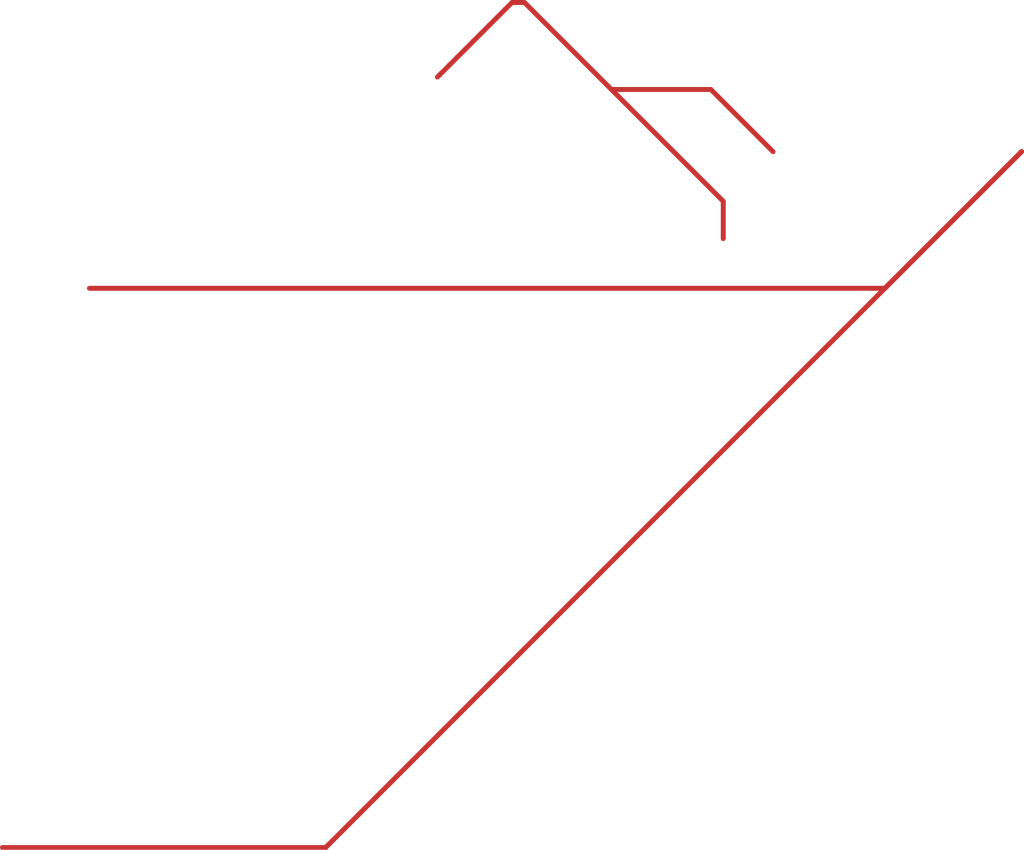
<source format=kicad_pcb>
(kicad_pcb
	(version 20240108)
	(generator "pcbnew")
	(generator_version "8.0")
	(general
		(thickness 1.6)
		(legacy_teardrops no)
	)
	(paper "A4")
	(layers
		(0 "F.Cu" signal)
		(31 "B.Cu" signal)
		(32 "B.Adhes" user "B.Adhesive")
		(33 "F.Adhes" user "F.Adhesive")
		(34 "B.Paste" user)
		(35 "F.Paste" user)
		(36 "B.SilkS" user "B.Silkscreen")
		(37 "F.SilkS" user "F.Silkscreen")
		(38 "B.Mask" user)
		(39 "F.Mask" user)
		(40 "Dwgs.User" user "User.Drawings")
		(41 "Cmts.User" user "User.Comments")
		(42 "Eco1.User" user "User.Eco1")
		(43 "Eco2.User" user "User.Eco2")
		(44 "Edge.Cuts" user)
		(45 "Margin" user)
		(46 "B.CrtYd" user "B.Courtyard")
		(47 "F.CrtYd" user "F.Courtyard")
		(48 "B.Fab" user)
		(49 "F.Fab" user)
		(50 "User.1" user)
		(51 "User.2" user)
		(52 "User.3" user)
		(53 "User.4" user)
		(54 "User.5" user)
		(55 "User.6" user)
		(56 "User.7" user)
		(57 "User.8" user)
		(58 "User.9" user)
	)
	(setup
		(pad_to_mask_clearance 0)
		(allow_soldermask_bridges_in_footprints no)
		(pcbplotparams
			(layerselection 0x00010fc_ffffffff)
			(plot_on_all_layers_selection 0x0000000_00000000)
			(disableapertmacros no)
			(usegerberextensions no)
			(usegerberattributes yes)
			(usegerberadvancedattributes yes)
			(creategerberjobfile yes)
			(dashed_line_dash_ratio 12.000000)
			(dashed_line_gap_ratio 3.000000)
			(svgprecision 4)
			(plotframeref no)
			(viasonmask no)
			(mode 1)
			(useauxorigin no)
			(hpglpennumber 1)
			(hpglpenspeed 20)
			(hpglpendiameter 15.000000)
			(pdf_front_fp_property_popups yes)
			(pdf_back_fp_property_popups yes)
			(dxfpolygonmode yes)
			(dxfimperialunits yes)
			(dxfusepcbnewfont yes)
			(psnegative no)
			(psa4output no)
			(plotreference yes)
			(plotvalue yes)
			(plotfptext yes)
			(plotinvisibletext no)
			(sketchpadsonfab no)
			(subtractmaskfromsilk no)
			(outputformat 1)
			(mirror no)
			(drillshape 1)
			(scaleselection 1)
			(outputdirectory "")
		)
	)
	(net 0 "")
	(segment
		(start 165 104.5)
		(end 193 76.5)
		(width 0.2)
		(layer "F.Cu")
		(net 0)
		(uuid "0335d214-3452-4ab8-a580-c436003630cf")
	)
	(segment
		(start 180.5 74)
		(end 176.5 74)
		(width 0.2)
		(layer "F.Cu")
		(net 0)
		(uuid "1a47e23b-6a2f-45d9-8178-cdcb15d2da69")
	)
	(segment
		(start 183 76.5)
		(end 180.5 74)
		(width 0.2)
		(layer "F.Cu")
		(net 0)
		(uuid "4f5d2154-14be-4e1d-994b-196191829ddb")
	)
	(segment
		(start 169.5 73.5)
		(end 170 73)
		(width 0.2)
		(layer "F.Cu")
		(net 0)
		(uuid "5ce27b01-3ae7-4a2a-b4c8-2de3edee1d8b")
	)
	(segment
		(start 187.5 82)
		(end 155.5 82)
		(width 0.2)
		(layer "F.Cu")
		(net 0)
		(uuid "88ee12e2-06e8-464a-879d-da6810fbb351")
	)
	(segment
		(start 193 76.5)
		(end 187.5 82)
		(width 0.2)
		(layer "F.Cu")
		(net 0)
		(uuid "a13838bf-8c74-4e71-877c-83c818a57eed")
	)
	(segment
		(start 173 70.5)
		(end 181 78.5)
		(width 0.2)
		(layer "F.Cu")
		(net 0)
		(uuid "a4215536-fddf-42e7-af29-90a3617b387e")
	)
	(segment
		(start 152 104.5)
		(end 165 104.5)
		(width 0.2)
		(layer "F.Cu")
		(net 0)
		(uuid "a948e6dc-dc33-457a-a94d-09dcb1986db0")
	)
	(segment
		(start 172.5 70.5)
		(end 173 70.5)
		(width 0.2)
		(layer "F.Cu")
		(net 0)
		(uuid "aeb1c57d-9b41-4db1-94c6-98b38a77c634")
	)
	(segment
		(start 181 78.5)
		(end 181 80)
		(width 0.2)
		(layer "F.Cu")
		(net 0)
		(uuid "b158e48b-f66d-4603-8bfa-17631a43880b")
	)
	(segment
		(start 170 73)
		(end 172.5 70.5)
		(width 0.2)
		(layer "F.Cu")
		(net 0)
		(uuid "bac71e50-ff5f-4fc4-bdaf-b06d226b51ba")
	)
)
</source>
